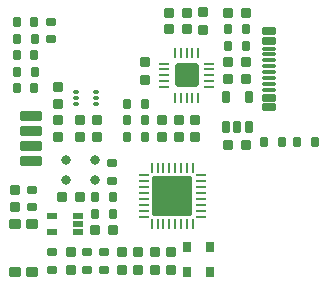
<source format=gtp>
G04*
G04 #@! TF.GenerationSoftware,Altium Limited,Altium Designer,22.3.1 (43)*
G04*
G04 Layer_Color=8421504*
%FSLAX44Y44*%
%MOMM*%
G71*
G04*
G04 #@! TF.SameCoordinates,D810A163-4558-4574-BFD7-F7CA9EDE3B54*
G04*
G04*
G04 #@! TF.FilePolarity,Positive*
G04*
G01*
G75*
G04:AMPARAMS|DCode=12|XSize=0.6mm|YSize=1mm|CornerRadius=0.075mm|HoleSize=0mm|Usage=FLASHONLY|Rotation=180.000|XOffset=0mm|YOffset=0mm|HoleType=Round|Shape=RoundedRectangle|*
%AMROUNDEDRECTD12*
21,1,0.6000,0.8500,0,0,180.0*
21,1,0.4500,1.0000,0,0,180.0*
1,1,0.1500,-0.2250,0.4250*
1,1,0.1500,0.2250,0.4250*
1,1,0.1500,0.2250,-0.4250*
1,1,0.1500,-0.2250,-0.4250*
%
%ADD12ROUNDEDRECTD12*%
G04:AMPARAMS|DCode=13|XSize=0.5mm|YSize=0.3mm|CornerRadius=0.075mm|HoleSize=0mm|Usage=FLASHONLY|Rotation=180.000|XOffset=0mm|YOffset=0mm|HoleType=Round|Shape=RoundedRectangle|*
%AMROUNDEDRECTD13*
21,1,0.5000,0.1500,0,0,180.0*
21,1,0.3500,0.3000,0,0,180.0*
1,1,0.1500,-0.1750,0.0750*
1,1,0.1500,0.1750,0.0750*
1,1,0.1500,0.1750,-0.0750*
1,1,0.1500,-0.1750,-0.0750*
%
%ADD13ROUNDEDRECTD13*%
G04:AMPARAMS|DCode=14|XSize=0.8mm|YSize=0.8mm|CornerRadius=0.1mm|HoleSize=0mm|Usage=FLASHONLY|Rotation=90.000|XOffset=0mm|YOffset=0mm|HoleType=Round|Shape=RoundedRectangle|*
%AMROUNDEDRECTD14*
21,1,0.8000,0.6000,0,0,90.0*
21,1,0.6000,0.8000,0,0,90.0*
1,1,0.2000,0.3000,0.3000*
1,1,0.2000,0.3000,-0.3000*
1,1,0.2000,-0.3000,-0.3000*
1,1,0.2000,-0.3000,0.3000*
%
%ADD14ROUNDEDRECTD14*%
G04:AMPARAMS|DCode=15|XSize=0.75mm|YSize=0.9mm|CornerRadius=0.0938mm|HoleSize=0mm|Usage=FLASHONLY|Rotation=180.000|XOffset=0mm|YOffset=0mm|HoleType=Round|Shape=RoundedRectangle|*
%AMROUNDEDRECTD15*
21,1,0.7500,0.7125,0,0,180.0*
21,1,0.5625,0.9000,0,0,180.0*
1,1,0.1875,-0.2813,0.3563*
1,1,0.1875,0.2813,0.3563*
1,1,0.1875,0.2813,-0.3563*
1,1,0.1875,-0.2813,-0.3563*
%
%ADD15ROUNDEDRECTD15*%
G04:AMPARAMS|DCode=16|XSize=0.8mm|YSize=0.8mm|CornerRadius=0.1mm|HoleSize=0mm|Usage=FLASHONLY|Rotation=180.000|XOffset=0mm|YOffset=0mm|HoleType=Round|Shape=RoundedRectangle|*
%AMROUNDEDRECTD16*
21,1,0.8000,0.6000,0,0,180.0*
21,1,0.6000,0.8000,0,0,180.0*
1,1,0.2000,-0.3000,0.3000*
1,1,0.2000,0.3000,0.3000*
1,1,0.2000,0.3000,-0.3000*
1,1,0.2000,-0.3000,-0.3000*
%
%ADD16ROUNDEDRECTD16*%
G04:AMPARAMS|DCode=17|XSize=0.6mm|YSize=0.9mm|CornerRadius=0.075mm|HoleSize=0mm|Usage=FLASHONLY|Rotation=90.000|XOffset=0mm|YOffset=0mm|HoleType=Round|Shape=RoundedRectangle|*
%AMROUNDEDRECTD17*
21,1,0.6000,0.7500,0,0,90.0*
21,1,0.4500,0.9000,0,0,90.0*
1,1,0.1500,0.3750,0.2250*
1,1,0.1500,0.3750,-0.2250*
1,1,0.1500,-0.3750,-0.2250*
1,1,0.1500,-0.3750,0.2250*
%
%ADD17ROUNDEDRECTD17*%
%ADD18C,0.8000*%
G04:AMPARAMS|DCode=19|XSize=0.6mm|YSize=0.9mm|CornerRadius=0.075mm|HoleSize=0mm|Usage=FLASHONLY|Rotation=0.000|XOffset=0mm|YOffset=0mm|HoleType=Round|Shape=RoundedRectangle|*
%AMROUNDEDRECTD19*
21,1,0.6000,0.7500,0,0,0.0*
21,1,0.4500,0.9000,0,0,0.0*
1,1,0.1500,0.2250,-0.3750*
1,1,0.1500,-0.2250,-0.3750*
1,1,0.1500,-0.2250,0.3750*
1,1,0.1500,0.2250,0.3750*
%
%ADD19ROUNDEDRECTD19*%
G04:AMPARAMS|DCode=20|XSize=0.6mm|YSize=0.8mm|CornerRadius=0.075mm|HoleSize=0mm|Usage=FLASHONLY|Rotation=180.000|XOffset=0mm|YOffset=0mm|HoleType=Round|Shape=RoundedRectangle|*
%AMROUNDEDRECTD20*
21,1,0.6000,0.6500,0,0,180.0*
21,1,0.4500,0.8000,0,0,180.0*
1,1,0.1500,-0.2250,0.3250*
1,1,0.1500,0.2250,0.3250*
1,1,0.1500,0.2250,-0.3250*
1,1,0.1500,-0.2250,-0.3250*
%
%ADD20ROUNDEDRECTD20*%
%ADD21O,0.2400X0.8500*%
G04:AMPARAMS|DCode=22|XSize=0.3mm|YSize=1.15mm|CornerRadius=0.0375mm|HoleSize=0mm|Usage=FLASHONLY|Rotation=90.000|XOffset=0mm|YOffset=0mm|HoleType=Round|Shape=RoundedRectangle|*
%AMROUNDEDRECTD22*
21,1,0.3000,1.0750,0,0,90.0*
21,1,0.2250,1.1500,0,0,90.0*
1,1,0.0750,0.5375,0.1125*
1,1,0.0750,0.5375,-0.1125*
1,1,0.0750,-0.5375,-0.1125*
1,1,0.0750,-0.5375,0.1125*
%
%ADD22ROUNDEDRECTD22*%
G04:AMPARAMS|DCode=23|XSize=0.6mm|YSize=1.15mm|CornerRadius=0.075mm|HoleSize=0mm|Usage=FLASHONLY|Rotation=270.000|XOffset=0mm|YOffset=0mm|HoleType=Round|Shape=RoundedRectangle|*
%AMROUNDEDRECTD23*
21,1,0.6000,1.0000,0,0,270.0*
21,1,0.4500,1.1500,0,0,270.0*
1,1,0.1500,-0.5000,-0.2250*
1,1,0.1500,-0.5000,0.2250*
1,1,0.1500,0.5000,0.2250*
1,1,0.1500,0.5000,-0.2250*
%
%ADD23ROUNDEDRECTD23*%
G04:AMPARAMS|DCode=24|XSize=1.98mm|YSize=1.98mm|CornerRadius=0.198mm|HoleSize=0mm|Usage=FLASHONLY|Rotation=90.000|XOffset=0mm|YOffset=0mm|HoleType=Round|Shape=RoundedRectangle|*
%AMROUNDEDRECTD24*
21,1,1.9800,1.5840,0,0,90.0*
21,1,1.5840,1.9800,0,0,90.0*
1,1,0.3960,0.7920,0.7920*
1,1,0.3960,0.7920,-0.7920*
1,1,0.3960,-0.7920,-0.7920*
1,1,0.3960,-0.7920,0.7920*
%
%ADD24ROUNDEDRECTD24*%
%ADD25O,0.9000X0.2400*%
%ADD26O,0.2400X0.9000*%
%ADD27O,0.8500X0.2400*%
G04:AMPARAMS|DCode=28|XSize=3.4mm|YSize=3.4mm|CornerRadius=0.17mm|HoleSize=0mm|Usage=FLASHONLY|Rotation=0.000|XOffset=0mm|YOffset=0mm|HoleType=Round|Shape=RoundedRectangle|*
%AMROUNDEDRECTD28*
21,1,3.4000,3.0600,0,0,0.0*
21,1,3.0600,3.4000,0,0,0.0*
1,1,0.3400,1.5300,-1.5300*
1,1,0.3400,-1.5300,-1.5300*
1,1,0.3400,-1.5300,1.5300*
1,1,0.3400,1.5300,1.5300*
%
%ADD28ROUNDEDRECTD28*%
G04:AMPARAMS|DCode=29|XSize=0.5mm|YSize=0.9mm|CornerRadius=0.0625mm|HoleSize=0mm|Usage=FLASHONLY|Rotation=270.000|XOffset=0mm|YOffset=0mm|HoleType=Round|Shape=RoundedRectangle|*
%AMROUNDEDRECTD29*
21,1,0.5000,0.7750,0,0,270.0*
21,1,0.3750,0.9000,0,0,270.0*
1,1,0.1250,-0.3875,-0.1875*
1,1,0.1250,-0.3875,0.1875*
1,1,0.1250,0.3875,0.1875*
1,1,0.1250,0.3875,-0.1875*
%
%ADD29ROUNDEDRECTD29*%
G04:AMPARAMS|DCode=30|XSize=0.9mm|YSize=1mm|CornerRadius=0.1125mm|HoleSize=0mm|Usage=FLASHONLY|Rotation=90.000|XOffset=0mm|YOffset=0mm|HoleType=Round|Shape=RoundedRectangle|*
%AMROUNDEDRECTD30*
21,1,0.9000,0.7750,0,0,90.0*
21,1,0.6750,1.0000,0,0,90.0*
1,1,0.2250,0.3875,0.3375*
1,1,0.2250,0.3875,-0.3375*
1,1,0.2250,-0.3875,-0.3375*
1,1,0.2250,-0.3875,0.3375*
%
%ADD30ROUNDEDRECTD30*%
G04:AMPARAMS|DCode=31|XSize=0.8mm|YSize=1.8mm|CornerRadius=0.1mm|HoleSize=0mm|Usage=FLASHONLY|Rotation=90.000|XOffset=0mm|YOffset=0mm|HoleType=Round|Shape=RoundedRectangle|*
%AMROUNDEDRECTD31*
21,1,0.8000,1.6000,0,0,90.0*
21,1,0.6000,1.8000,0,0,90.0*
1,1,0.2000,0.8000,0.3000*
1,1,0.2000,0.8000,-0.3000*
1,1,0.2000,-0.8000,-0.3000*
1,1,0.2000,-0.8000,0.3000*
%
%ADD31ROUNDEDRECTD31*%
D12*
X216500Y151900D02*
D03*
X226000D02*
D03*
X235500D02*
D03*
Y178100D02*
D03*
X216500D02*
D03*
D13*
X106500Y172000D02*
D03*
Y177000D02*
D03*
Y182000D02*
D03*
X89500Y172000D02*
D03*
Y177000D02*
D03*
Y182000D02*
D03*
D14*
X156000Y46485D02*
D03*
Y31485D02*
D03*
X142000Y46485D02*
D03*
Y31485D02*
D03*
X147499Y192003D02*
D03*
Y207003D02*
D03*
X74000Y143500D02*
D03*
Y158500D02*
D03*
X74000Y171500D02*
D03*
Y186500D02*
D03*
X85000Y31500D02*
D03*
Y46500D02*
D03*
X128000Y46500D02*
D03*
Y31500D02*
D03*
X196669Y249463D02*
D03*
Y234463D02*
D03*
X190500Y143500D02*
D03*
Y158500D02*
D03*
X38000Y84260D02*
D03*
Y99260D02*
D03*
X170000Y31500D02*
D03*
Y46500D02*
D03*
X176500Y158500D02*
D03*
Y143500D02*
D03*
X162500Y158500D02*
D03*
Y143500D02*
D03*
D15*
X183500Y29500D02*
D03*
X202500D02*
D03*
X183500Y50500D02*
D03*
X202500D02*
D03*
D16*
X218500Y193000D02*
D03*
X233500D02*
D03*
X107500Y158000D02*
D03*
X92500D02*
D03*
X183169Y248963D02*
D03*
X168169D02*
D03*
X233500Y249000D02*
D03*
X218500D02*
D03*
X105500Y65000D02*
D03*
X120500D02*
D03*
X92500Y93000D02*
D03*
X77500D02*
D03*
X92500Y144000D02*
D03*
X107500D02*
D03*
X168169Y234963D02*
D03*
X183169D02*
D03*
X218500Y207000D02*
D03*
X233500D02*
D03*
Y137000D02*
D03*
X218500D02*
D03*
D17*
X52000Y84260D02*
D03*
Y99260D02*
D03*
X113000Y31500D02*
D03*
Y46500D02*
D03*
X99000D02*
D03*
Y31500D02*
D03*
X120000Y106500D02*
D03*
Y121500D02*
D03*
X69000Y46500D02*
D03*
Y31500D02*
D03*
X68000Y241500D02*
D03*
Y226500D02*
D03*
D18*
X105300Y107500D02*
D03*
X105300Y124500D02*
D03*
X80700Y107500D02*
D03*
X80700Y124500D02*
D03*
D19*
X218500Y235000D02*
D03*
X233500D02*
D03*
X291500Y140000D02*
D03*
X276500D02*
D03*
X147800Y158000D02*
D03*
X132800D02*
D03*
X105500Y79000D02*
D03*
X120500Y79000D02*
D03*
X120500Y93000D02*
D03*
X105500D02*
D03*
X147800Y172000D02*
D03*
X132800D02*
D03*
X147800Y144000D02*
D03*
X132800D02*
D03*
X248500Y140000D02*
D03*
X263500D02*
D03*
X54500Y199000D02*
D03*
X39500D02*
D03*
X54500Y227000D02*
D03*
X39500D02*
D03*
X218500Y221000D02*
D03*
X233500D02*
D03*
D20*
X54250Y241000D02*
D03*
X39750D02*
D03*
Y185000D02*
D03*
X54250D02*
D03*
X39750Y213000D02*
D03*
X54250D02*
D03*
D21*
X188500Y70000D02*
D03*
X153500D02*
D03*
X158500D02*
D03*
X163500D02*
D03*
X168500D02*
D03*
X173500D02*
D03*
X178500D02*
D03*
X183500D02*
D03*
X188500Y118000D02*
D03*
X183500D02*
D03*
X178500D02*
D03*
X173500D02*
D03*
X168500D02*
D03*
X163500D02*
D03*
X158500D02*
D03*
X153500D02*
D03*
D22*
X252450Y198700D02*
D03*
Y193700D02*
D03*
Y188700D02*
D03*
Y183700D02*
D03*
Y218700D02*
D03*
Y213700D02*
D03*
Y208700D02*
D03*
Y203700D02*
D03*
D23*
Y233200D02*
D03*
Y225200D02*
D03*
Y177200D02*
D03*
Y169200D02*
D03*
D24*
X183000Y196000D02*
D03*
D25*
X164250Y186000D02*
D03*
Y191000D02*
D03*
Y196000D02*
D03*
Y201000D02*
D03*
Y206000D02*
D03*
X201750D02*
D03*
Y201000D02*
D03*
Y196000D02*
D03*
Y191000D02*
D03*
Y186000D02*
D03*
D26*
X173000Y214750D02*
D03*
X178000D02*
D03*
X183000D02*
D03*
X188000D02*
D03*
X193000D02*
D03*
Y177250D02*
D03*
X188000D02*
D03*
X183000D02*
D03*
X178000D02*
D03*
X173000D02*
D03*
D27*
X147000Y111500D02*
D03*
Y106500D02*
D03*
Y101500D02*
D03*
Y96500D02*
D03*
Y91500D02*
D03*
Y86500D02*
D03*
Y81500D02*
D03*
Y76500D02*
D03*
X195000D02*
D03*
Y81500D02*
D03*
Y86500D02*
D03*
Y91500D02*
D03*
Y96500D02*
D03*
Y101500D02*
D03*
Y106500D02*
D03*
Y111500D02*
D03*
D28*
X171000Y94000D02*
D03*
D29*
X68730Y63680D02*
D03*
Y76680D02*
D03*
X91230D02*
D03*
Y70180D02*
D03*
Y63680D02*
D03*
D30*
X52250Y70500D02*
D03*
X37750D02*
D03*
X52250Y29500D02*
D03*
X37750D02*
D03*
D31*
X51000Y161700D02*
D03*
Y149000D02*
D03*
Y136300D02*
D03*
Y123600D02*
D03*
M02*

</source>
